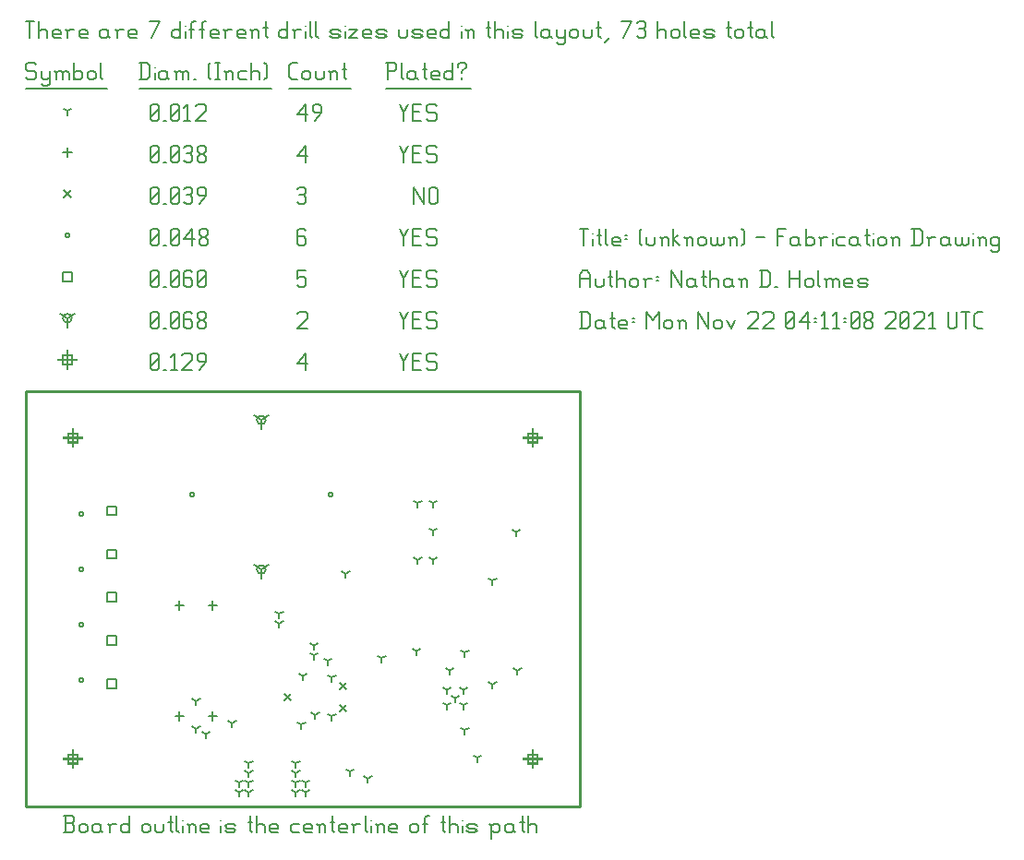
<source format=gbr>
G04 start of page 13 for group -3984 idx -3984 *
G04 Title: (unknown), fab *
G04 Creator: pcb 4.0.2 *
G04 CreationDate: Mon Nov 22 04:11:08 2021 UTC *
G04 For: ndholmes *
G04 Format: Gerber/RS-274X *
G04 PCB-Dimensions (mil): 2000.00 1500.00 *
G04 PCB-Coordinate-Origin: lower left *
%MOIN*%
%FSLAX25Y25*%
%LNFAB*%
%ADD75C,0.0100*%
%ADD74C,0.0075*%
%ADD73C,0.0060*%
%ADD72R,0.0080X0.0080*%
G54D72*X183000Y20200D02*Y13800D01*
X179800Y17000D02*X186200D01*
X181400Y18600D02*X184600D01*
X181400D02*Y15400D01*
X184600D01*
Y18600D02*Y15400D01*
X17000Y136200D02*Y129800D01*
X13800Y133000D02*X20200D01*
X15400Y134600D02*X18600D01*
X15400D02*Y131400D01*
X18600D01*
Y134600D02*Y131400D01*
X17000Y20200D02*Y13800D01*
X13800Y17000D02*X20200D01*
X15400Y18600D02*X18600D01*
X15400D02*Y15400D01*
X18600D01*
Y18600D02*Y15400D01*
X183000Y136200D02*Y129800D01*
X179800Y133000D02*X186200D01*
X181400Y134600D02*X184600D01*
X181400D02*Y131400D01*
X184600D01*
Y134600D02*Y131400D01*
X15000Y164450D02*Y158050D01*
X11800Y161250D02*X18200D01*
X13400Y162850D02*X16600D01*
X13400D02*Y159650D01*
X16600D01*
Y162850D02*Y159650D01*
G54D73*X135000Y163500D02*X136500Y160500D01*
X138000Y163500D01*
X136500Y160500D02*Y157500D01*
X139800Y160800D02*X142050D01*
X139800Y157500D02*X142800D01*
X139800Y163500D02*Y157500D01*
Y163500D02*X142800D01*
X147600D02*X148350Y162750D01*
X145350Y163500D02*X147600D01*
X144600Y162750D02*X145350Y163500D01*
X144600Y162750D02*Y161250D01*
X145350Y160500D01*
X147600D01*
X148350Y159750D01*
Y158250D01*
X147600Y157500D02*X148350Y158250D01*
X145350Y157500D02*X147600D01*
X144600Y158250D02*X145350Y157500D01*
X98000Y159750D02*X101000Y163500D01*
X98000Y159750D02*X101750D01*
X101000Y163500D02*Y157500D01*
X45000Y158250D02*X45750Y157500D01*
X45000Y162750D02*Y158250D01*
Y162750D02*X45750Y163500D01*
X47250D01*
X48000Y162750D01*
Y158250D01*
X47250Y157500D02*X48000Y158250D01*
X45750Y157500D02*X47250D01*
X45000Y159000D02*X48000Y162000D01*
X49800Y157500D02*X50550D01*
X52350Y162300D02*X53550Y163500D01*
Y157500D01*
X52350D02*X54600D01*
X56400Y162750D02*X57150Y163500D01*
X59400D01*
X60150Y162750D01*
Y161250D01*
X56400Y157500D02*X60150Y161250D01*
X56400Y157500D02*X60150D01*
X62700D02*X64950Y160500D01*
Y162750D02*Y160500D01*
X64200Y163500D02*X64950Y162750D01*
X62700Y163500D02*X64200D01*
X61950Y162750D02*X62700Y163500D01*
X61950Y162750D02*Y161250D01*
X62700Y160500D01*
X64950D01*
X85000Y139500D02*Y136300D01*
Y139500D02*X87773Y141100D01*
X85000Y139500D02*X82227Y141100D01*
X83400Y139500D02*G75*G03X86600Y139500I1600J0D01*G01*
G75*G03X83400Y139500I-1600J0D01*G01*
X85000Y85500D02*Y82300D01*
Y85500D02*X87773Y87100D01*
X85000Y85500D02*X82227Y87100D01*
X83400Y85500D02*G75*G03X86600Y85500I1600J0D01*G01*
G75*G03X83400Y85500I-1600J0D01*G01*
X15000Y176250D02*Y173050D01*
Y176250D02*X17773Y177850D01*
X15000Y176250D02*X12227Y177850D01*
X13400Y176250D02*G75*G03X16600Y176250I1600J0D01*G01*
G75*G03X13400Y176250I-1600J0D01*G01*
X135000Y178500D02*X136500Y175500D01*
X138000Y178500D01*
X136500Y175500D02*Y172500D01*
X139800Y175800D02*X142050D01*
X139800Y172500D02*X142800D01*
X139800Y178500D02*Y172500D01*
Y178500D02*X142800D01*
X147600D02*X148350Y177750D01*
X145350Y178500D02*X147600D01*
X144600Y177750D02*X145350Y178500D01*
X144600Y177750D02*Y176250D01*
X145350Y175500D01*
X147600D01*
X148350Y174750D01*
Y173250D01*
X147600Y172500D02*X148350Y173250D01*
X145350Y172500D02*X147600D01*
X144600Y173250D02*X145350Y172500D01*
X98000Y177750D02*X98750Y178500D01*
X101000D01*
X101750Y177750D01*
Y176250D01*
X98000Y172500D02*X101750Y176250D01*
X98000Y172500D02*X101750D01*
X45000Y173250D02*X45750Y172500D01*
X45000Y177750D02*Y173250D01*
Y177750D02*X45750Y178500D01*
X47250D01*
X48000Y177750D01*
Y173250D01*
X47250Y172500D02*X48000Y173250D01*
X45750Y172500D02*X47250D01*
X45000Y174000D02*X48000Y177000D01*
X49800Y172500D02*X50550D01*
X52350Y173250D02*X53100Y172500D01*
X52350Y177750D02*Y173250D01*
Y177750D02*X53100Y178500D01*
X54600D01*
X55350Y177750D01*
Y173250D01*
X54600Y172500D02*X55350Y173250D01*
X53100Y172500D02*X54600D01*
X52350Y174000D02*X55350Y177000D01*
X59400Y178500D02*X60150Y177750D01*
X57900Y178500D02*X59400D01*
X57150Y177750D02*X57900Y178500D01*
X57150Y177750D02*Y173250D01*
X57900Y172500D01*
X59400Y175800D02*X60150Y175050D01*
X57150Y175800D02*X59400D01*
X57900Y172500D02*X59400D01*
X60150Y173250D01*
Y175050D02*Y173250D01*
X61950D02*X62700Y172500D01*
X61950Y174450D02*Y173250D01*
Y174450D02*X63000Y175500D01*
X63900D01*
X64950Y174450D01*
Y173250D01*
X64200Y172500D02*X64950Y173250D01*
X62700Y172500D02*X64200D01*
X61950Y176550D02*X63000Y175500D01*
X61950Y177750D02*Y176550D01*
Y177750D02*X62700Y178500D01*
X64200D01*
X64950Y177750D01*
Y176550D01*
X63900Y175500D02*X64950Y176550D01*
X29400Y108300D02*X32600D01*
X29400D02*Y105100D01*
X32600D01*
Y108300D02*Y105100D01*
X29400Y92700D02*X32600D01*
X29400D02*Y89500D01*
X32600D01*
Y92700D02*Y89500D01*
X29400Y77100D02*X32600D01*
X29400D02*Y73900D01*
X32600D01*
Y77100D02*Y73900D01*
X29400Y61500D02*X32600D01*
X29400D02*Y58300D01*
X32600D01*
Y61500D02*Y58300D01*
X29400Y45900D02*X32600D01*
X29400D02*Y42700D01*
X32600D01*
Y45900D02*Y42700D01*
X13400Y192850D02*X16600D01*
X13400D02*Y189650D01*
X16600D01*
Y192850D02*Y189650D01*
X135000Y193500D02*X136500Y190500D01*
X138000Y193500D01*
X136500Y190500D02*Y187500D01*
X139800Y190800D02*X142050D01*
X139800Y187500D02*X142800D01*
X139800Y193500D02*Y187500D01*
Y193500D02*X142800D01*
X147600D02*X148350Y192750D01*
X145350Y193500D02*X147600D01*
X144600Y192750D02*X145350Y193500D01*
X144600Y192750D02*Y191250D01*
X145350Y190500D01*
X147600D01*
X148350Y189750D01*
Y188250D01*
X147600Y187500D02*X148350Y188250D01*
X145350Y187500D02*X147600D01*
X144600Y188250D02*X145350Y187500D01*
X98000Y193500D02*X101000D01*
X98000D02*Y190500D01*
X98750Y191250D01*
X100250D01*
X101000Y190500D01*
Y188250D01*
X100250Y187500D02*X101000Y188250D01*
X98750Y187500D02*X100250D01*
X98000Y188250D02*X98750Y187500D01*
X45000Y188250D02*X45750Y187500D01*
X45000Y192750D02*Y188250D01*
Y192750D02*X45750Y193500D01*
X47250D01*
X48000Y192750D01*
Y188250D01*
X47250Y187500D02*X48000Y188250D01*
X45750Y187500D02*X47250D01*
X45000Y189000D02*X48000Y192000D01*
X49800Y187500D02*X50550D01*
X52350Y188250D02*X53100Y187500D01*
X52350Y192750D02*Y188250D01*
Y192750D02*X53100Y193500D01*
X54600D01*
X55350Y192750D01*
Y188250D01*
X54600Y187500D02*X55350Y188250D01*
X53100Y187500D02*X54600D01*
X52350Y189000D02*X55350Y192000D01*
X59400Y193500D02*X60150Y192750D01*
X57900Y193500D02*X59400D01*
X57150Y192750D02*X57900Y193500D01*
X57150Y192750D02*Y188250D01*
X57900Y187500D01*
X59400Y190800D02*X60150Y190050D01*
X57150Y190800D02*X59400D01*
X57900Y187500D02*X59400D01*
X60150Y188250D01*
Y190050D02*Y188250D01*
X61950D02*X62700Y187500D01*
X61950Y192750D02*Y188250D01*
Y192750D02*X62700Y193500D01*
X64200D01*
X64950Y192750D01*
Y188250D01*
X64200Y187500D02*X64950Y188250D01*
X62700Y187500D02*X64200D01*
X61950Y189000D02*X64950Y192000D01*
X19200Y105500D02*G75*G03X20800Y105500I800J0D01*G01*
G75*G03X19200Y105500I-800J0D01*G01*
Y85500D02*G75*G03X20800Y85500I800J0D01*G01*
G75*G03X19200Y85500I-800J0D01*G01*
Y65500D02*G75*G03X20800Y65500I800J0D01*G01*
G75*G03X19200Y65500I-800J0D01*G01*
Y45500D02*G75*G03X20800Y45500I800J0D01*G01*
G75*G03X19200Y45500I-800J0D01*G01*
X109200Y112500D02*G75*G03X110800Y112500I800J0D01*G01*
G75*G03X109200Y112500I-800J0D01*G01*
X59200D02*G75*G03X60800Y112500I800J0D01*G01*
G75*G03X59200Y112500I-800J0D01*G01*
X14200Y206250D02*G75*G03X15800Y206250I800J0D01*G01*
G75*G03X14200Y206250I-800J0D01*G01*
X135000Y208500D02*X136500Y205500D01*
X138000Y208500D01*
X136500Y205500D02*Y202500D01*
X139800Y205800D02*X142050D01*
X139800Y202500D02*X142800D01*
X139800Y208500D02*Y202500D01*
Y208500D02*X142800D01*
X147600D02*X148350Y207750D01*
X145350Y208500D02*X147600D01*
X144600Y207750D02*X145350Y208500D01*
X144600Y207750D02*Y206250D01*
X145350Y205500D01*
X147600D01*
X148350Y204750D01*
Y203250D01*
X147600Y202500D02*X148350Y203250D01*
X145350Y202500D02*X147600D01*
X144600Y203250D02*X145350Y202500D01*
X100250Y208500D02*X101000Y207750D01*
X98750Y208500D02*X100250D01*
X98000Y207750D02*X98750Y208500D01*
X98000Y207750D02*Y203250D01*
X98750Y202500D01*
X100250Y205800D02*X101000Y205050D01*
X98000Y205800D02*X100250D01*
X98750Y202500D02*X100250D01*
X101000Y203250D01*
Y205050D02*Y203250D01*
X45000D02*X45750Y202500D01*
X45000Y207750D02*Y203250D01*
Y207750D02*X45750Y208500D01*
X47250D01*
X48000Y207750D01*
Y203250D01*
X47250Y202500D02*X48000Y203250D01*
X45750Y202500D02*X47250D01*
X45000Y204000D02*X48000Y207000D01*
X49800Y202500D02*X50550D01*
X52350Y203250D02*X53100Y202500D01*
X52350Y207750D02*Y203250D01*
Y207750D02*X53100Y208500D01*
X54600D01*
X55350Y207750D01*
Y203250D01*
X54600Y202500D02*X55350Y203250D01*
X53100Y202500D02*X54600D01*
X52350Y204000D02*X55350Y207000D01*
X57150Y204750D02*X60150Y208500D01*
X57150Y204750D02*X60900D01*
X60150Y208500D02*Y202500D01*
X62700Y203250D02*X63450Y202500D01*
X62700Y204450D02*Y203250D01*
Y204450D02*X63750Y205500D01*
X64650D01*
X65700Y204450D01*
Y203250D01*
X64950Y202500D02*X65700Y203250D01*
X63450Y202500D02*X64950D01*
X62700Y206550D02*X63750Y205500D01*
X62700Y207750D02*Y206550D01*
Y207750D02*X63450Y208500D01*
X64950D01*
X65700Y207750D01*
Y206550D01*
X64650Y205500D02*X65700Y206550D01*
X93300Y40700D02*X95700Y38300D01*
X93300D02*X95700Y40700D01*
X113300Y44700D02*X115700Y42300D01*
X113300D02*X115700Y44700D01*
X113300Y36700D02*X115700Y34300D01*
X113300D02*X115700Y36700D01*
X13800Y222450D02*X16200Y220050D01*
X13800D02*X16200Y222450D01*
X140000Y223500D02*Y217500D01*
Y223500D02*X143750Y217500D01*
Y223500D02*Y217500D01*
X145550Y222750D02*Y218250D01*
Y222750D02*X146300Y223500D01*
X147800D01*
X148550Y222750D01*
Y218250D01*
X147800Y217500D02*X148550Y218250D01*
X146300Y217500D02*X147800D01*
X145550Y218250D02*X146300Y217500D01*
X98000Y222750D02*X98750Y223500D01*
X100250D01*
X101000Y222750D01*
X100250Y217500D02*X101000Y218250D01*
X98750Y217500D02*X100250D01*
X98000Y218250D02*X98750Y217500D01*
Y220800D02*X100250D01*
X101000Y222750D02*Y221550D01*
Y220050D02*Y218250D01*
Y220050D02*X100250Y220800D01*
X101000Y221550D02*X100250Y220800D01*
X45000Y218250D02*X45750Y217500D01*
X45000Y222750D02*Y218250D01*
Y222750D02*X45750Y223500D01*
X47250D01*
X48000Y222750D01*
Y218250D01*
X47250Y217500D02*X48000Y218250D01*
X45750Y217500D02*X47250D01*
X45000Y219000D02*X48000Y222000D01*
X49800Y217500D02*X50550D01*
X52350Y218250D02*X53100Y217500D01*
X52350Y222750D02*Y218250D01*
Y222750D02*X53100Y223500D01*
X54600D01*
X55350Y222750D01*
Y218250D01*
X54600Y217500D02*X55350Y218250D01*
X53100Y217500D02*X54600D01*
X52350Y219000D02*X55350Y222000D01*
X57150Y222750D02*X57900Y223500D01*
X59400D01*
X60150Y222750D01*
X59400Y217500D02*X60150Y218250D01*
X57900Y217500D02*X59400D01*
X57150Y218250D02*X57900Y217500D01*
Y220800D02*X59400D01*
X60150Y222750D02*Y221550D01*
Y220050D02*Y218250D01*
Y220050D02*X59400Y220800D01*
X60150Y221550D02*X59400Y220800D01*
X62700Y217500D02*X64950Y220500D01*
Y222750D02*Y220500D01*
X64200Y223500D02*X64950Y222750D01*
X62700Y223500D02*X64200D01*
X61950Y222750D02*X62700Y223500D01*
X61950Y222750D02*Y221250D01*
X62700Y220500D01*
X64950D01*
X67500Y74100D02*Y70900D01*
X65900Y72500D02*X69100D01*
X67500Y34100D02*Y30900D01*
X65900Y32500D02*X69100D01*
X55500Y74100D02*Y70900D01*
X53900Y72500D02*X57100D01*
X55500Y34100D02*Y30900D01*
X53900Y32500D02*X57100D01*
X15000Y237850D02*Y234650D01*
X13400Y236250D02*X16600D01*
X135000Y238500D02*X136500Y235500D01*
X138000Y238500D01*
X136500Y235500D02*Y232500D01*
X139800Y235800D02*X142050D01*
X139800Y232500D02*X142800D01*
X139800Y238500D02*Y232500D01*
Y238500D02*X142800D01*
X147600D02*X148350Y237750D01*
X145350Y238500D02*X147600D01*
X144600Y237750D02*X145350Y238500D01*
X144600Y237750D02*Y236250D01*
X145350Y235500D01*
X147600D01*
X148350Y234750D01*
Y233250D01*
X147600Y232500D02*X148350Y233250D01*
X145350Y232500D02*X147600D01*
X144600Y233250D02*X145350Y232500D01*
X98000Y234750D02*X101000Y238500D01*
X98000Y234750D02*X101750D01*
X101000Y238500D02*Y232500D01*
X45000Y233250D02*X45750Y232500D01*
X45000Y237750D02*Y233250D01*
Y237750D02*X45750Y238500D01*
X47250D01*
X48000Y237750D01*
Y233250D01*
X47250Y232500D02*X48000Y233250D01*
X45750Y232500D02*X47250D01*
X45000Y234000D02*X48000Y237000D01*
X49800Y232500D02*X50550D01*
X52350Y233250D02*X53100Y232500D01*
X52350Y237750D02*Y233250D01*
Y237750D02*X53100Y238500D01*
X54600D01*
X55350Y237750D01*
Y233250D01*
X54600Y232500D02*X55350Y233250D01*
X53100Y232500D02*X54600D01*
X52350Y234000D02*X55350Y237000D01*
X57150Y237750D02*X57900Y238500D01*
X59400D01*
X60150Y237750D01*
X59400Y232500D02*X60150Y233250D01*
X57900Y232500D02*X59400D01*
X57150Y233250D02*X57900Y232500D01*
Y235800D02*X59400D01*
X60150Y237750D02*Y236550D01*
Y235050D02*Y233250D01*
Y235050D02*X59400Y235800D01*
X60150Y236550D02*X59400Y235800D01*
X61950Y233250D02*X62700Y232500D01*
X61950Y234450D02*Y233250D01*
Y234450D02*X63000Y235500D01*
X63900D01*
X64950Y234450D01*
Y233250D01*
X64200Y232500D02*X64950Y233250D01*
X62700Y232500D02*X64200D01*
X61950Y236550D02*X63000Y235500D01*
X61950Y237750D02*Y236550D01*
Y237750D02*X62700Y238500D01*
X64200D01*
X64950Y237750D01*
Y236550D01*
X63900Y235500D02*X64950Y236550D01*
X155000Y39000D02*Y37400D01*
Y39000D02*X156387Y39800D01*
X155000Y39000D02*X153613Y39800D01*
X104000Y54500D02*Y52900D01*
Y54500D02*X105387Y55300D01*
X104000Y54500D02*X102613Y55300D01*
X104000Y58000D02*Y56400D01*
Y58000D02*X105387Y58800D01*
X104000Y58000D02*X102613Y58800D01*
X141000Y56000D02*Y54400D01*
Y56000D02*X142387Y56800D01*
X141000Y56000D02*X139613Y56800D01*
X163000Y17500D02*Y15900D01*
Y17500D02*X164387Y18300D01*
X163000Y17500D02*X161613Y18300D01*
X123500Y10000D02*Y8400D01*
Y10000D02*X124887Y10800D01*
X123500Y10000D02*X122113Y10800D01*
X168500Y81500D02*Y79900D01*
Y81500D02*X169887Y82300D01*
X168500Y81500D02*X167113Y82300D01*
X177500Y49000D02*Y47400D01*
Y49000D02*X178887Y49800D01*
X177500Y49000D02*X176113Y49800D01*
X117000Y12500D02*Y10900D01*
Y12500D02*X118387Y13300D01*
X117000Y12500D02*X115613Y13300D01*
X110500Y32500D02*Y30900D01*
Y32500D02*X111887Y33300D01*
X110500Y32500D02*X109113Y33300D01*
X158000Y36500D02*Y34900D01*
Y36500D02*X159387Y37300D01*
X158000Y36500D02*X156613Y37300D01*
X152000Y36500D02*Y34900D01*
Y36500D02*X153387Y37300D01*
X152000Y36500D02*X150613Y37300D01*
X168500Y44000D02*Y42400D01*
Y44000D02*X169887Y44800D01*
X168500Y44000D02*X167113Y44800D01*
X158500Y55500D02*Y53900D01*
Y55500D02*X159887Y56300D01*
X158500Y55500D02*X157113Y56300D01*
X128500Y53500D02*Y51900D01*
Y53500D02*X129887Y54300D01*
X128500Y53500D02*X127113Y54300D01*
X153000Y49000D02*Y47400D01*
Y49000D02*X154387Y49800D01*
X153000Y49000D02*X151613Y49800D01*
X158500Y27500D02*Y25900D01*
Y27500D02*X159887Y28300D01*
X158500Y27500D02*X157113Y28300D01*
X152000Y42000D02*Y40400D01*
Y42000D02*X153387Y42800D01*
X152000Y42000D02*X150613Y42800D01*
X110500Y46500D02*Y44900D01*
Y46500D02*X111887Y47300D01*
X110500Y46500D02*X109113Y47300D01*
X99500Y29500D02*Y27900D01*
Y29500D02*X100887Y30300D01*
X99500Y29500D02*X98113Y30300D01*
X109000Y52500D02*Y50900D01*
Y52500D02*X110387Y53300D01*
X109000Y52500D02*X107613Y53300D01*
X101000Y8500D02*Y6900D01*
Y8500D02*X102387Y9300D01*
X101000Y8500D02*X99613Y9300D01*
X101000Y5000D02*Y3400D01*
Y5000D02*X102387Y5800D01*
X101000Y5000D02*X99613Y5800D01*
X77000Y8500D02*Y6900D01*
Y8500D02*X78387Y9300D01*
X77000Y8500D02*X75613Y9300D01*
X77000Y5000D02*Y3400D01*
Y5000D02*X78387Y5800D01*
X77000Y5000D02*X75613Y5800D01*
X158000Y42000D02*Y40400D01*
Y42000D02*X159387Y42800D01*
X158000Y42000D02*X156613Y42800D01*
X104500Y33000D02*Y31400D01*
Y33000D02*X105887Y33800D01*
X104500Y33000D02*X103113Y33800D01*
X100000Y47000D02*Y45400D01*
Y47000D02*X101387Y47800D01*
X100000Y47000D02*X98613Y47800D01*
X91500Y66000D02*Y64400D01*
Y66000D02*X92887Y66800D01*
X91500Y66000D02*X90113Y66800D01*
X91500Y69500D02*Y67900D01*
Y69500D02*X92887Y70300D01*
X91500Y69500D02*X90113Y70300D01*
X97500Y15500D02*Y13900D01*
Y15500D02*X98887Y16300D01*
X97500Y15500D02*X96113Y16300D01*
X97500Y12000D02*Y10400D01*
Y12000D02*X98887Y12800D01*
X97500Y12000D02*X96113Y12800D01*
X97500Y8500D02*Y6900D01*
Y8500D02*X98887Y9300D01*
X97500Y8500D02*X96113Y9300D01*
X97500Y5000D02*Y3400D01*
Y5000D02*X98887Y5800D01*
X97500Y5000D02*X96113Y5800D01*
X80500Y15500D02*Y13900D01*
Y15500D02*X81887Y16300D01*
X80500Y15500D02*X79113Y16300D01*
X80500Y12000D02*Y10400D01*
Y12000D02*X81887Y12800D01*
X80500Y12000D02*X79113Y12800D01*
X80500Y8500D02*Y6900D01*
Y8500D02*X81887Y9300D01*
X80500Y8500D02*X79113Y9300D01*
X80500Y5000D02*Y3400D01*
Y5000D02*X81887Y5800D01*
X80500Y5000D02*X79113Y5800D01*
X61500Y28000D02*Y26400D01*
Y28000D02*X62887Y28800D01*
X61500Y28000D02*X60113Y28800D01*
X61500Y38000D02*Y36400D01*
Y38000D02*X62887Y38800D01*
X61500Y38000D02*X60113Y38800D01*
X74500Y30000D02*Y28400D01*
Y30000D02*X75887Y30800D01*
X74500Y30000D02*X73113Y30800D01*
X65000Y26000D02*Y24400D01*
Y26000D02*X66387Y26800D01*
X65000Y26000D02*X63613Y26800D01*
X141500Y109500D02*Y107900D01*
Y109500D02*X142887Y110300D01*
X141500Y109500D02*X140113Y110300D01*
X147000Y109500D02*Y107900D01*
Y109500D02*X148387Y110300D01*
X147000Y109500D02*X145613Y110300D01*
X147000Y89000D02*Y87400D01*
Y89000D02*X148387Y89800D01*
X147000Y89000D02*X145613Y89800D01*
X147000Y99500D02*Y97900D01*
Y99500D02*X148387Y100300D01*
X147000Y99500D02*X145613Y100300D01*
X141500Y89000D02*Y87400D01*
Y89000D02*X142887Y89800D01*
X141500Y89000D02*X140113Y89800D01*
X177000Y99000D02*Y97400D01*
Y99000D02*X178387Y99800D01*
X177000Y99000D02*X175613Y99800D01*
X115500Y84000D02*Y82400D01*
Y84000D02*X116887Y84800D01*
X115500Y84000D02*X114113Y84800D01*
X15000Y251250D02*Y249650D01*
Y251250D02*X16387Y252050D01*
X15000Y251250D02*X13613Y252050D01*
X135000Y253500D02*X136500Y250500D01*
X138000Y253500D01*
X136500Y250500D02*Y247500D01*
X139800Y250800D02*X142050D01*
X139800Y247500D02*X142800D01*
X139800Y253500D02*Y247500D01*
Y253500D02*X142800D01*
X147600D02*X148350Y252750D01*
X145350Y253500D02*X147600D01*
X144600Y252750D02*X145350Y253500D01*
X144600Y252750D02*Y251250D01*
X145350Y250500D01*
X147600D01*
X148350Y249750D01*
Y248250D01*
X147600Y247500D02*X148350Y248250D01*
X145350Y247500D02*X147600D01*
X144600Y248250D02*X145350Y247500D01*
X98000Y249750D02*X101000Y253500D01*
X98000Y249750D02*X101750D01*
X101000Y253500D02*Y247500D01*
X104300D02*X106550Y250500D01*
Y252750D02*Y250500D01*
X105800Y253500D02*X106550Y252750D01*
X104300Y253500D02*X105800D01*
X103550Y252750D02*X104300Y253500D01*
X103550Y252750D02*Y251250D01*
X104300Y250500D01*
X106550D01*
X45000Y248250D02*X45750Y247500D01*
X45000Y252750D02*Y248250D01*
Y252750D02*X45750Y253500D01*
X47250D01*
X48000Y252750D01*
Y248250D01*
X47250Y247500D02*X48000Y248250D01*
X45750Y247500D02*X47250D01*
X45000Y249000D02*X48000Y252000D01*
X49800Y247500D02*X50550D01*
X52350Y248250D02*X53100Y247500D01*
X52350Y252750D02*Y248250D01*
Y252750D02*X53100Y253500D01*
X54600D01*
X55350Y252750D01*
Y248250D01*
X54600Y247500D02*X55350Y248250D01*
X53100Y247500D02*X54600D01*
X52350Y249000D02*X55350Y252000D01*
X57150Y252300D02*X58350Y253500D01*
Y247500D01*
X57150D02*X59400D01*
X61200Y252750D02*X61950Y253500D01*
X64200D01*
X64950Y252750D01*
Y251250D01*
X61200Y247500D02*X64950Y251250D01*
X61200Y247500D02*X64950D01*
X3000Y268500D02*X3750Y267750D01*
X750Y268500D02*X3000D01*
X0Y267750D02*X750Y268500D01*
X0Y267750D02*Y266250D01*
X750Y265500D01*
X3000D01*
X3750Y264750D01*
Y263250D01*
X3000Y262500D02*X3750Y263250D01*
X750Y262500D02*X3000D01*
X0Y263250D02*X750Y262500D01*
X5550Y265500D02*Y263250D01*
X6300Y262500D01*
X8550Y265500D02*Y261000D01*
X7800Y260250D02*X8550Y261000D01*
X6300Y260250D02*X7800D01*
X5550Y261000D02*X6300Y260250D01*
Y262500D02*X7800D01*
X8550Y263250D01*
X11100Y264750D02*Y262500D01*
Y264750D02*X11850Y265500D01*
X12600D01*
X13350Y264750D01*
Y262500D01*
Y264750D02*X14100Y265500D01*
X14850D01*
X15600Y264750D01*
Y262500D01*
X10350Y265500D02*X11100Y264750D01*
X17400Y268500D02*Y262500D01*
Y263250D02*X18150Y262500D01*
X19650D01*
X20400Y263250D01*
Y264750D02*Y263250D01*
X19650Y265500D02*X20400Y264750D01*
X18150Y265500D02*X19650D01*
X17400Y264750D02*X18150Y265500D01*
X22200Y264750D02*Y263250D01*
Y264750D02*X22950Y265500D01*
X24450D01*
X25200Y264750D01*
Y263250D01*
X24450Y262500D02*X25200Y263250D01*
X22950Y262500D02*X24450D01*
X22200Y263250D02*X22950Y262500D01*
X27000Y268500D02*Y263250D01*
X27750Y262500D01*
X0Y259250D02*X29250D01*
X41750Y268500D02*Y262500D01*
X43700Y268500D02*X44750Y267450D01*
Y263550D01*
X43700Y262500D02*X44750Y263550D01*
X41000Y262500D02*X43700D01*
X41000Y268500D02*X43700D01*
G54D74*X46550Y267000D02*Y266850D01*
G54D73*Y264750D02*Y262500D01*
X50300Y265500D02*X51050Y264750D01*
X48800Y265500D02*X50300D01*
X48050Y264750D02*X48800Y265500D01*
X48050Y264750D02*Y263250D01*
X48800Y262500D01*
X51050Y265500D02*Y263250D01*
X51800Y262500D01*
X48800D02*X50300D01*
X51050Y263250D01*
X54350Y264750D02*Y262500D01*
Y264750D02*X55100Y265500D01*
X55850D01*
X56600Y264750D01*
Y262500D01*
Y264750D02*X57350Y265500D01*
X58100D01*
X58850Y264750D01*
Y262500D01*
X53600Y265500D02*X54350Y264750D01*
X60650Y262500D02*X61400D01*
X65900Y263250D02*X66650Y262500D01*
X65900Y267750D02*X66650Y268500D01*
X65900Y267750D02*Y263250D01*
X68450Y268500D02*X69950D01*
X69200D02*Y262500D01*
X68450D02*X69950D01*
X72500Y264750D02*Y262500D01*
Y264750D02*X73250Y265500D01*
X74000D01*
X74750Y264750D01*
Y262500D01*
X71750Y265500D02*X72500Y264750D01*
X77300Y265500D02*X79550D01*
X76550Y264750D02*X77300Y265500D01*
X76550Y264750D02*Y263250D01*
X77300Y262500D01*
X79550D01*
X81350Y268500D02*Y262500D01*
Y264750D02*X82100Y265500D01*
X83600D01*
X84350Y264750D01*
Y262500D01*
X86150Y268500D02*X86900Y267750D01*
Y263250D01*
X86150Y262500D02*X86900Y263250D01*
X41000Y259250D02*X88700D01*
X96050Y262500D02*X98000D01*
X95000Y263550D02*X96050Y262500D01*
X95000Y267450D02*Y263550D01*
Y267450D02*X96050Y268500D01*
X98000D01*
X99800Y264750D02*Y263250D01*
Y264750D02*X100550Y265500D01*
X102050D01*
X102800Y264750D01*
Y263250D01*
X102050Y262500D02*X102800Y263250D01*
X100550Y262500D02*X102050D01*
X99800Y263250D02*X100550Y262500D01*
X104600Y265500D02*Y263250D01*
X105350Y262500D01*
X106850D01*
X107600Y263250D01*
Y265500D02*Y263250D01*
X110150Y264750D02*Y262500D01*
Y264750D02*X110900Y265500D01*
X111650D01*
X112400Y264750D01*
Y262500D01*
X109400Y265500D02*X110150Y264750D01*
X114950Y268500D02*Y263250D01*
X115700Y262500D01*
X114200Y266250D02*X115700D01*
X95000Y259250D02*X117200D01*
X130750Y268500D02*Y262500D01*
X130000Y268500D02*X133000D01*
X133750Y267750D01*
Y266250D01*
X133000Y265500D02*X133750Y266250D01*
X130750Y265500D02*X133000D01*
X135550Y268500D02*Y263250D01*
X136300Y262500D01*
X140050Y265500D02*X140800Y264750D01*
X138550Y265500D02*X140050D01*
X137800Y264750D02*X138550Y265500D01*
X137800Y264750D02*Y263250D01*
X138550Y262500D01*
X140800Y265500D02*Y263250D01*
X141550Y262500D01*
X138550D02*X140050D01*
X140800Y263250D01*
X144100Y268500D02*Y263250D01*
X144850Y262500D01*
X143350Y266250D02*X144850D01*
X147100Y262500D02*X149350D01*
X146350Y263250D02*X147100Y262500D01*
X146350Y264750D02*Y263250D01*
Y264750D02*X147100Y265500D01*
X148600D01*
X149350Y264750D01*
X146350Y264000D02*X149350D01*
Y264750D02*Y264000D01*
X154150Y268500D02*Y262500D01*
X153400D02*X154150Y263250D01*
X151900Y262500D02*X153400D01*
X151150Y263250D02*X151900Y262500D01*
X151150Y264750D02*Y263250D01*
Y264750D02*X151900Y265500D01*
X153400D01*
X154150Y264750D01*
X157450Y265500D02*Y264750D01*
Y263250D02*Y262500D01*
X155950Y267750D02*Y267000D01*
Y267750D02*X156700Y268500D01*
X158200D01*
X158950Y267750D01*
Y267000D01*
X157450Y265500D02*X158950Y267000D01*
X130000Y259250D02*X160750D01*
X0Y283500D02*X3000D01*
X1500D02*Y277500D01*
X4800Y283500D02*Y277500D01*
Y279750D02*X5550Y280500D01*
X7050D01*
X7800Y279750D01*
Y277500D01*
X10350D02*X12600D01*
X9600Y278250D02*X10350Y277500D01*
X9600Y279750D02*Y278250D01*
Y279750D02*X10350Y280500D01*
X11850D01*
X12600Y279750D01*
X9600Y279000D02*X12600D01*
Y279750D02*Y279000D01*
X15150Y279750D02*Y277500D01*
Y279750D02*X15900Y280500D01*
X17400D01*
X14400D02*X15150Y279750D01*
X19950Y277500D02*X22200D01*
X19200Y278250D02*X19950Y277500D01*
X19200Y279750D02*Y278250D01*
Y279750D02*X19950Y280500D01*
X21450D01*
X22200Y279750D01*
X19200Y279000D02*X22200D01*
Y279750D02*Y279000D01*
X28950Y280500D02*X29700Y279750D01*
X27450Y280500D02*X28950D01*
X26700Y279750D02*X27450Y280500D01*
X26700Y279750D02*Y278250D01*
X27450Y277500D01*
X29700Y280500D02*Y278250D01*
X30450Y277500D01*
X27450D02*X28950D01*
X29700Y278250D01*
X33000Y279750D02*Y277500D01*
Y279750D02*X33750Y280500D01*
X35250D01*
X32250D02*X33000Y279750D01*
X37800Y277500D02*X40050D01*
X37050Y278250D02*X37800Y277500D01*
X37050Y279750D02*Y278250D01*
Y279750D02*X37800Y280500D01*
X39300D01*
X40050Y279750D01*
X37050Y279000D02*X40050D01*
Y279750D02*Y279000D01*
X45300Y277500D02*X48300Y283500D01*
X44550D02*X48300D01*
X55800D02*Y277500D01*
X55050D02*X55800Y278250D01*
X53550Y277500D02*X55050D01*
X52800Y278250D02*X53550Y277500D01*
X52800Y279750D02*Y278250D01*
Y279750D02*X53550Y280500D01*
X55050D01*
X55800Y279750D01*
G54D74*X57600Y282000D02*Y281850D01*
G54D73*Y279750D02*Y277500D01*
X59850Y282750D02*Y277500D01*
Y282750D02*X60600Y283500D01*
X61350D01*
X59100Y280500D02*X60600D01*
X63600Y282750D02*Y277500D01*
Y282750D02*X64350Y283500D01*
X65100D01*
X62850Y280500D02*X64350D01*
X67350Y277500D02*X69600D01*
X66600Y278250D02*X67350Y277500D01*
X66600Y279750D02*Y278250D01*
Y279750D02*X67350Y280500D01*
X68850D01*
X69600Y279750D01*
X66600Y279000D02*X69600D01*
Y279750D02*Y279000D01*
X72150Y279750D02*Y277500D01*
Y279750D02*X72900Y280500D01*
X74400D01*
X71400D02*X72150Y279750D01*
X76950Y277500D02*X79200D01*
X76200Y278250D02*X76950Y277500D01*
X76200Y279750D02*Y278250D01*
Y279750D02*X76950Y280500D01*
X78450D01*
X79200Y279750D01*
X76200Y279000D02*X79200D01*
Y279750D02*Y279000D01*
X81750Y279750D02*Y277500D01*
Y279750D02*X82500Y280500D01*
X83250D01*
X84000Y279750D01*
Y277500D01*
X81000Y280500D02*X81750Y279750D01*
X86550Y283500D02*Y278250D01*
X87300Y277500D01*
X85800Y281250D02*X87300D01*
X94500Y283500D02*Y277500D01*
X93750D02*X94500Y278250D01*
X92250Y277500D02*X93750D01*
X91500Y278250D02*X92250Y277500D01*
X91500Y279750D02*Y278250D01*
Y279750D02*X92250Y280500D01*
X93750D01*
X94500Y279750D01*
X97050D02*Y277500D01*
Y279750D02*X97800Y280500D01*
X99300D01*
X96300D02*X97050Y279750D01*
G54D74*X101100Y282000D02*Y281850D01*
G54D73*Y279750D02*Y277500D01*
X102600Y283500D02*Y278250D01*
X103350Y277500D01*
X104850Y283500D02*Y278250D01*
X105600Y277500D01*
X110550D02*X112800D01*
X113550Y278250D01*
X112800Y279000D02*X113550Y278250D01*
X110550Y279000D02*X112800D01*
X109800Y279750D02*X110550Y279000D01*
X109800Y279750D02*X110550Y280500D01*
X112800D01*
X113550Y279750D01*
X109800Y278250D02*X110550Y277500D01*
G54D74*X115350Y282000D02*Y281850D01*
G54D73*Y279750D02*Y277500D01*
X116850Y280500D02*X119850D01*
X116850Y277500D02*X119850Y280500D01*
X116850Y277500D02*X119850D01*
X122400D02*X124650D01*
X121650Y278250D02*X122400Y277500D01*
X121650Y279750D02*Y278250D01*
Y279750D02*X122400Y280500D01*
X123900D01*
X124650Y279750D01*
X121650Y279000D02*X124650D01*
Y279750D02*Y279000D01*
X127200Y277500D02*X129450D01*
X130200Y278250D01*
X129450Y279000D02*X130200Y278250D01*
X127200Y279000D02*X129450D01*
X126450Y279750D02*X127200Y279000D01*
X126450Y279750D02*X127200Y280500D01*
X129450D01*
X130200Y279750D01*
X126450Y278250D02*X127200Y277500D01*
X134700Y280500D02*Y278250D01*
X135450Y277500D01*
X136950D01*
X137700Y278250D01*
Y280500D02*Y278250D01*
X140250Y277500D02*X142500D01*
X143250Y278250D01*
X142500Y279000D02*X143250Y278250D01*
X140250Y279000D02*X142500D01*
X139500Y279750D02*X140250Y279000D01*
X139500Y279750D02*X140250Y280500D01*
X142500D01*
X143250Y279750D01*
X139500Y278250D02*X140250Y277500D01*
X145800D02*X148050D01*
X145050Y278250D02*X145800Y277500D01*
X145050Y279750D02*Y278250D01*
Y279750D02*X145800Y280500D01*
X147300D01*
X148050Y279750D01*
X145050Y279000D02*X148050D01*
Y279750D02*Y279000D01*
X152850Y283500D02*Y277500D01*
X152100D02*X152850Y278250D01*
X150600Y277500D02*X152100D01*
X149850Y278250D02*X150600Y277500D01*
X149850Y279750D02*Y278250D01*
Y279750D02*X150600Y280500D01*
X152100D01*
X152850Y279750D01*
G54D74*X157350Y282000D02*Y281850D01*
G54D73*Y279750D02*Y277500D01*
X159600Y279750D02*Y277500D01*
Y279750D02*X160350Y280500D01*
X161100D01*
X161850Y279750D01*
Y277500D01*
X158850Y280500D02*X159600Y279750D01*
X167100Y283500D02*Y278250D01*
X167850Y277500D01*
X166350Y281250D02*X167850D01*
X169350Y283500D02*Y277500D01*
Y279750D02*X170100Y280500D01*
X171600D01*
X172350Y279750D01*
Y277500D01*
G54D74*X174150Y282000D02*Y281850D01*
G54D73*Y279750D02*Y277500D01*
X176400D02*X178650D01*
X179400Y278250D01*
X178650Y279000D02*X179400Y278250D01*
X176400Y279000D02*X178650D01*
X175650Y279750D02*X176400Y279000D01*
X175650Y279750D02*X176400Y280500D01*
X178650D01*
X179400Y279750D01*
X175650Y278250D02*X176400Y277500D01*
X183900Y283500D02*Y278250D01*
X184650Y277500D01*
X188400Y280500D02*X189150Y279750D01*
X186900Y280500D02*X188400D01*
X186150Y279750D02*X186900Y280500D01*
X186150Y279750D02*Y278250D01*
X186900Y277500D01*
X189150Y280500D02*Y278250D01*
X189900Y277500D01*
X186900D02*X188400D01*
X189150Y278250D01*
X191700Y280500D02*Y278250D01*
X192450Y277500D01*
X194700Y280500D02*Y276000D01*
X193950Y275250D02*X194700Y276000D01*
X192450Y275250D02*X193950D01*
X191700Y276000D02*X192450Y275250D01*
Y277500D02*X193950D01*
X194700Y278250D01*
X196500Y279750D02*Y278250D01*
Y279750D02*X197250Y280500D01*
X198750D01*
X199500Y279750D01*
Y278250D01*
X198750Y277500D02*X199500Y278250D01*
X197250Y277500D02*X198750D01*
X196500Y278250D02*X197250Y277500D01*
X201300Y280500D02*Y278250D01*
X202050Y277500D01*
X203550D01*
X204300Y278250D01*
Y280500D02*Y278250D01*
X206850Y283500D02*Y278250D01*
X207600Y277500D01*
X206100Y281250D02*X207600D01*
X209100Y276000D02*X210600Y277500D01*
X215850D02*X218850Y283500D01*
X215100D02*X218850D01*
X220650Y282750D02*X221400Y283500D01*
X222900D01*
X223650Y282750D01*
X222900Y277500D02*X223650Y278250D01*
X221400Y277500D02*X222900D01*
X220650Y278250D02*X221400Y277500D01*
Y280800D02*X222900D01*
X223650Y282750D02*Y281550D01*
Y280050D02*Y278250D01*
Y280050D02*X222900Y280800D01*
X223650Y281550D02*X222900Y280800D01*
X228150Y283500D02*Y277500D01*
Y279750D02*X228900Y280500D01*
X230400D01*
X231150Y279750D01*
Y277500D01*
X232950Y279750D02*Y278250D01*
Y279750D02*X233700Y280500D01*
X235200D01*
X235950Y279750D01*
Y278250D01*
X235200Y277500D02*X235950Y278250D01*
X233700Y277500D02*X235200D01*
X232950Y278250D02*X233700Y277500D01*
X237750Y283500D02*Y278250D01*
X238500Y277500D01*
X240750D02*X243000D01*
X240000Y278250D02*X240750Y277500D01*
X240000Y279750D02*Y278250D01*
Y279750D02*X240750Y280500D01*
X242250D01*
X243000Y279750D01*
X240000Y279000D02*X243000D01*
Y279750D02*Y279000D01*
X245550Y277500D02*X247800D01*
X248550Y278250D01*
X247800Y279000D02*X248550Y278250D01*
X245550Y279000D02*X247800D01*
X244800Y279750D02*X245550Y279000D01*
X244800Y279750D02*X245550Y280500D01*
X247800D01*
X248550Y279750D01*
X244800Y278250D02*X245550Y277500D01*
X253800Y283500D02*Y278250D01*
X254550Y277500D01*
X253050Y281250D02*X254550D01*
X256050Y279750D02*Y278250D01*
Y279750D02*X256800Y280500D01*
X258300D01*
X259050Y279750D01*
Y278250D01*
X258300Y277500D02*X259050Y278250D01*
X256800Y277500D02*X258300D01*
X256050Y278250D02*X256800Y277500D01*
X261600Y283500D02*Y278250D01*
X262350Y277500D01*
X260850Y281250D02*X262350D01*
X266100Y280500D02*X266850Y279750D01*
X264600Y280500D02*X266100D01*
X263850Y279750D02*X264600Y280500D01*
X263850Y279750D02*Y278250D01*
X264600Y277500D01*
X266850Y280500D02*Y278250D01*
X267600Y277500D01*
X264600D02*X266100D01*
X266850Y278250D01*
X269400Y283500D02*Y278250D01*
X270150Y277500D01*
G54D75*X0Y150000D02*X200000D01*
Y0D01*
X0D01*
Y150000D01*
G54D73*X13675Y-9500D02*X16675D01*
X17425Y-8750D01*
Y-6950D02*Y-8750D01*
X16675Y-6200D02*X17425Y-6950D01*
X14425Y-6200D02*X16675D01*
X14425Y-3500D02*Y-9500D01*
X13675Y-3500D02*X16675D01*
X17425Y-4250D01*
Y-5450D01*
X16675Y-6200D02*X17425Y-5450D01*
X19225Y-7250D02*Y-8750D01*
Y-7250D02*X19975Y-6500D01*
X21475D01*
X22225Y-7250D01*
Y-8750D01*
X21475Y-9500D02*X22225Y-8750D01*
X19975Y-9500D02*X21475D01*
X19225Y-8750D02*X19975Y-9500D01*
X26275Y-6500D02*X27025Y-7250D01*
X24775Y-6500D02*X26275D01*
X24025Y-7250D02*X24775Y-6500D01*
X24025Y-7250D02*Y-8750D01*
X24775Y-9500D01*
X27025Y-6500D02*Y-8750D01*
X27775Y-9500D01*
X24775D02*X26275D01*
X27025Y-8750D01*
X30325Y-7250D02*Y-9500D01*
Y-7250D02*X31075Y-6500D01*
X32575D01*
X29575D02*X30325Y-7250D01*
X37375Y-3500D02*Y-9500D01*
X36625D02*X37375Y-8750D01*
X35125Y-9500D02*X36625D01*
X34375Y-8750D02*X35125Y-9500D01*
X34375Y-7250D02*Y-8750D01*
Y-7250D02*X35125Y-6500D01*
X36625D01*
X37375Y-7250D01*
X41875D02*Y-8750D01*
Y-7250D02*X42625Y-6500D01*
X44125D01*
X44875Y-7250D01*
Y-8750D01*
X44125Y-9500D02*X44875Y-8750D01*
X42625Y-9500D02*X44125D01*
X41875Y-8750D02*X42625Y-9500D01*
X46675Y-6500D02*Y-8750D01*
X47425Y-9500D01*
X48925D01*
X49675Y-8750D01*
Y-6500D02*Y-8750D01*
X52225Y-3500D02*Y-8750D01*
X52975Y-9500D01*
X51475Y-5750D02*X52975D01*
X54475Y-3500D02*Y-8750D01*
X55225Y-9500D01*
G54D74*X56725Y-5000D02*Y-5150D01*
G54D73*Y-7250D02*Y-9500D01*
X58975Y-7250D02*Y-9500D01*
Y-7250D02*X59725Y-6500D01*
X60475D01*
X61225Y-7250D01*
Y-9500D01*
X58225Y-6500D02*X58975Y-7250D01*
X63775Y-9500D02*X66025D01*
X63025Y-8750D02*X63775Y-9500D01*
X63025Y-7250D02*Y-8750D01*
Y-7250D02*X63775Y-6500D01*
X65275D01*
X66025Y-7250D01*
X63025Y-8000D02*X66025D01*
Y-7250D02*Y-8000D01*
G54D74*X70525Y-5000D02*Y-5150D01*
G54D73*Y-7250D02*Y-9500D01*
X72775D02*X75025D01*
X75775Y-8750D01*
X75025Y-8000D02*X75775Y-8750D01*
X72775Y-8000D02*X75025D01*
X72025Y-7250D02*X72775Y-8000D01*
X72025Y-7250D02*X72775Y-6500D01*
X75025D01*
X75775Y-7250D01*
X72025Y-8750D02*X72775Y-9500D01*
X81025Y-3500D02*Y-8750D01*
X81775Y-9500D01*
X80275Y-5750D02*X81775D01*
X83275Y-3500D02*Y-9500D01*
Y-7250D02*X84025Y-6500D01*
X85525D01*
X86275Y-7250D01*
Y-9500D01*
X88825D02*X91075D01*
X88075Y-8750D02*X88825Y-9500D01*
X88075Y-7250D02*Y-8750D01*
Y-7250D02*X88825Y-6500D01*
X90325D01*
X91075Y-7250D01*
X88075Y-8000D02*X91075D01*
Y-7250D02*Y-8000D01*
X96325Y-6500D02*X98575D01*
X95575Y-7250D02*X96325Y-6500D01*
X95575Y-7250D02*Y-8750D01*
X96325Y-9500D01*
X98575D01*
X101125D02*X103375D01*
X100375Y-8750D02*X101125Y-9500D01*
X100375Y-7250D02*Y-8750D01*
Y-7250D02*X101125Y-6500D01*
X102625D01*
X103375Y-7250D01*
X100375Y-8000D02*X103375D01*
Y-7250D02*Y-8000D01*
X105925Y-7250D02*Y-9500D01*
Y-7250D02*X106675Y-6500D01*
X107425D01*
X108175Y-7250D01*
Y-9500D01*
X105175Y-6500D02*X105925Y-7250D01*
X110725Y-3500D02*Y-8750D01*
X111475Y-9500D01*
X109975Y-5750D02*X111475D01*
X113725Y-9500D02*X115975D01*
X112975Y-8750D02*X113725Y-9500D01*
X112975Y-7250D02*Y-8750D01*
Y-7250D02*X113725Y-6500D01*
X115225D01*
X115975Y-7250D01*
X112975Y-8000D02*X115975D01*
Y-7250D02*Y-8000D01*
X118525Y-7250D02*Y-9500D01*
Y-7250D02*X119275Y-6500D01*
X120775D01*
X117775D02*X118525Y-7250D01*
X122575Y-3500D02*Y-8750D01*
X123325Y-9500D01*
G54D74*X124825Y-5000D02*Y-5150D01*
G54D73*Y-7250D02*Y-9500D01*
X127075Y-7250D02*Y-9500D01*
Y-7250D02*X127825Y-6500D01*
X128575D01*
X129325Y-7250D01*
Y-9500D01*
X126325Y-6500D02*X127075Y-7250D01*
X131875Y-9500D02*X134125D01*
X131125Y-8750D02*X131875Y-9500D01*
X131125Y-7250D02*Y-8750D01*
Y-7250D02*X131875Y-6500D01*
X133375D01*
X134125Y-7250D01*
X131125Y-8000D02*X134125D01*
Y-7250D02*Y-8000D01*
X138625Y-7250D02*Y-8750D01*
Y-7250D02*X139375Y-6500D01*
X140875D01*
X141625Y-7250D01*
Y-8750D01*
X140875Y-9500D02*X141625Y-8750D01*
X139375Y-9500D02*X140875D01*
X138625Y-8750D02*X139375Y-9500D01*
X144175Y-4250D02*Y-9500D01*
Y-4250D02*X144925Y-3500D01*
X145675D01*
X143425Y-6500D02*X144925D01*
X150625Y-3500D02*Y-8750D01*
X151375Y-9500D01*
X149875Y-5750D02*X151375D01*
X152875Y-3500D02*Y-9500D01*
Y-7250D02*X153625Y-6500D01*
X155125D01*
X155875Y-7250D01*
Y-9500D01*
G54D74*X157675Y-5000D02*Y-5150D01*
G54D73*Y-7250D02*Y-9500D01*
X159925D02*X162175D01*
X162925Y-8750D01*
X162175Y-8000D02*X162925Y-8750D01*
X159925Y-8000D02*X162175D01*
X159175Y-7250D02*X159925Y-8000D01*
X159175Y-7250D02*X159925Y-6500D01*
X162175D01*
X162925Y-7250D01*
X159175Y-8750D02*X159925Y-9500D01*
X168175Y-7250D02*Y-11750D01*
X167425Y-6500D02*X168175Y-7250D01*
X168925Y-6500D01*
X170425D01*
X171175Y-7250D01*
Y-8750D01*
X170425Y-9500D02*X171175Y-8750D01*
X168925Y-9500D02*X170425D01*
X168175Y-8750D02*X168925Y-9500D01*
X175225Y-6500D02*X175975Y-7250D01*
X173725Y-6500D02*X175225D01*
X172975Y-7250D02*X173725Y-6500D01*
X172975Y-7250D02*Y-8750D01*
X173725Y-9500D01*
X175975Y-6500D02*Y-8750D01*
X176725Y-9500D01*
X173725D02*X175225D01*
X175975Y-8750D01*
X179275Y-3500D02*Y-8750D01*
X180025Y-9500D01*
X178525Y-5750D02*X180025D01*
X181525Y-3500D02*Y-9500D01*
Y-7250D02*X182275Y-6500D01*
X183775D01*
X184525Y-7250D01*
Y-9500D01*
X200750Y178500D02*Y172500D01*
X202700Y178500D02*X203750Y177450D01*
Y173550D01*
X202700Y172500D02*X203750Y173550D01*
X200000Y172500D02*X202700D01*
X200000Y178500D02*X202700D01*
X207800Y175500D02*X208550Y174750D01*
X206300Y175500D02*X207800D01*
X205550Y174750D02*X206300Y175500D01*
X205550Y174750D02*Y173250D01*
X206300Y172500D01*
X208550Y175500D02*Y173250D01*
X209300Y172500D01*
X206300D02*X207800D01*
X208550Y173250D01*
X211850Y178500D02*Y173250D01*
X212600Y172500D01*
X211100Y176250D02*X212600D01*
X214850Y172500D02*X217100D01*
X214100Y173250D02*X214850Y172500D01*
X214100Y174750D02*Y173250D01*
Y174750D02*X214850Y175500D01*
X216350D01*
X217100Y174750D01*
X214100Y174000D02*X217100D01*
Y174750D02*Y174000D01*
X218900Y176250D02*X219650D01*
X218900Y174750D02*X219650D01*
X224150Y178500D02*Y172500D01*
Y178500D02*X226400Y175500D01*
X228650Y178500D01*
Y172500D01*
X230450Y174750D02*Y173250D01*
Y174750D02*X231200Y175500D01*
X232700D01*
X233450Y174750D01*
Y173250D01*
X232700Y172500D02*X233450Y173250D01*
X231200Y172500D02*X232700D01*
X230450Y173250D02*X231200Y172500D01*
X236000Y174750D02*Y172500D01*
Y174750D02*X236750Y175500D01*
X237500D01*
X238250Y174750D01*
Y172500D01*
X235250Y175500D02*X236000Y174750D01*
X242750Y178500D02*Y172500D01*
Y178500D02*X246500Y172500D01*
Y178500D02*Y172500D01*
X248300Y174750D02*Y173250D01*
Y174750D02*X249050Y175500D01*
X250550D01*
X251300Y174750D01*
Y173250D01*
X250550Y172500D02*X251300Y173250D01*
X249050Y172500D02*X250550D01*
X248300Y173250D02*X249050Y172500D01*
X253100Y175500D02*X254600Y172500D01*
X256100Y175500D02*X254600Y172500D01*
X260600Y177750D02*X261350Y178500D01*
X263600D01*
X264350Y177750D01*
Y176250D01*
X260600Y172500D02*X264350Y176250D01*
X260600Y172500D02*X264350D01*
X266150Y177750D02*X266900Y178500D01*
X269150D01*
X269900Y177750D01*
Y176250D01*
X266150Y172500D02*X269900Y176250D01*
X266150Y172500D02*X269900D01*
X274400Y173250D02*X275150Y172500D01*
X274400Y177750D02*Y173250D01*
Y177750D02*X275150Y178500D01*
X276650D01*
X277400Y177750D01*
Y173250D01*
X276650Y172500D02*X277400Y173250D01*
X275150Y172500D02*X276650D01*
X274400Y174000D02*X277400Y177000D01*
X279200Y174750D02*X282200Y178500D01*
X279200Y174750D02*X282950D01*
X282200Y178500D02*Y172500D01*
X284750Y176250D02*X285500D01*
X284750Y174750D02*X285500D01*
X287300Y177300D02*X288500Y178500D01*
Y172500D01*
X287300D02*X289550D01*
X291350Y177300D02*X292550Y178500D01*
Y172500D01*
X291350D02*X293600D01*
X295400Y176250D02*X296150D01*
X295400Y174750D02*X296150D01*
X297950Y173250D02*X298700Y172500D01*
X297950Y177750D02*Y173250D01*
Y177750D02*X298700Y178500D01*
X300200D01*
X300950Y177750D01*
Y173250D01*
X300200Y172500D02*X300950Y173250D01*
X298700Y172500D02*X300200D01*
X297950Y174000D02*X300950Y177000D01*
X302750Y173250D02*X303500Y172500D01*
X302750Y174450D02*Y173250D01*
Y174450D02*X303800Y175500D01*
X304700D01*
X305750Y174450D01*
Y173250D01*
X305000Y172500D02*X305750Y173250D01*
X303500Y172500D02*X305000D01*
X302750Y176550D02*X303800Y175500D01*
X302750Y177750D02*Y176550D01*
Y177750D02*X303500Y178500D01*
X305000D01*
X305750Y177750D01*
Y176550D01*
X304700Y175500D02*X305750Y176550D01*
X310250Y177750D02*X311000Y178500D01*
X313250D01*
X314000Y177750D01*
Y176250D01*
X310250Y172500D02*X314000Y176250D01*
X310250Y172500D02*X314000D01*
X315800Y173250D02*X316550Y172500D01*
X315800Y177750D02*Y173250D01*
Y177750D02*X316550Y178500D01*
X318050D01*
X318800Y177750D01*
Y173250D01*
X318050Y172500D02*X318800Y173250D01*
X316550Y172500D02*X318050D01*
X315800Y174000D02*X318800Y177000D01*
X320600Y177750D02*X321350Y178500D01*
X323600D01*
X324350Y177750D01*
Y176250D01*
X320600Y172500D02*X324350Y176250D01*
X320600Y172500D02*X324350D01*
X326150Y177300D02*X327350Y178500D01*
Y172500D01*
X326150D02*X328400D01*
X332900Y178500D02*Y173250D01*
X333650Y172500D01*
X335150D01*
X335900Y173250D01*
Y178500D02*Y173250D01*
X337700Y178500D02*X340700D01*
X339200D02*Y172500D01*
X343550D02*X345500D01*
X342500Y173550D02*X343550Y172500D01*
X342500Y177450D02*Y173550D01*
Y177450D02*X343550Y178500D01*
X345500D01*
X200000Y192000D02*Y187500D01*
Y192000D02*X201050Y193500D01*
X202700D01*
X203750Y192000D01*
Y187500D01*
X200000Y190500D02*X203750D01*
X205550D02*Y188250D01*
X206300Y187500D01*
X207800D01*
X208550Y188250D01*
Y190500D02*Y188250D01*
X211100Y193500D02*Y188250D01*
X211850Y187500D01*
X210350Y191250D02*X211850D01*
X213350Y193500D02*Y187500D01*
Y189750D02*X214100Y190500D01*
X215600D01*
X216350Y189750D01*
Y187500D01*
X218150Y189750D02*Y188250D01*
Y189750D02*X218900Y190500D01*
X220400D01*
X221150Y189750D01*
Y188250D01*
X220400Y187500D02*X221150Y188250D01*
X218900Y187500D02*X220400D01*
X218150Y188250D02*X218900Y187500D01*
X223700Y189750D02*Y187500D01*
Y189750D02*X224450Y190500D01*
X225950D01*
X222950D02*X223700Y189750D01*
X227750Y191250D02*X228500D01*
X227750Y189750D02*X228500D01*
X233000Y193500D02*Y187500D01*
Y193500D02*X236750Y187500D01*
Y193500D02*Y187500D01*
X240800Y190500D02*X241550Y189750D01*
X239300Y190500D02*X240800D01*
X238550Y189750D02*X239300Y190500D01*
X238550Y189750D02*Y188250D01*
X239300Y187500D01*
X241550Y190500D02*Y188250D01*
X242300Y187500D01*
X239300D02*X240800D01*
X241550Y188250D01*
X244850Y193500D02*Y188250D01*
X245600Y187500D01*
X244100Y191250D02*X245600D01*
X247100Y193500D02*Y187500D01*
Y189750D02*X247850Y190500D01*
X249350D01*
X250100Y189750D01*
Y187500D01*
X254150Y190500D02*X254900Y189750D01*
X252650Y190500D02*X254150D01*
X251900Y189750D02*X252650Y190500D01*
X251900Y189750D02*Y188250D01*
X252650Y187500D01*
X254900Y190500D02*Y188250D01*
X255650Y187500D01*
X252650D02*X254150D01*
X254900Y188250D01*
X258200Y189750D02*Y187500D01*
Y189750D02*X258950Y190500D01*
X259700D01*
X260450Y189750D01*
Y187500D01*
X257450Y190500D02*X258200Y189750D01*
X265700Y193500D02*Y187500D01*
X267650Y193500D02*X268700Y192450D01*
Y188550D01*
X267650Y187500D02*X268700Y188550D01*
X264950Y187500D02*X267650D01*
X264950Y193500D02*X267650D01*
X270500Y187500D02*X271250D01*
X275750Y193500D02*Y187500D01*
X279500Y193500D02*Y187500D01*
X275750Y190500D02*X279500D01*
X281300Y189750D02*Y188250D01*
Y189750D02*X282050Y190500D01*
X283550D01*
X284300Y189750D01*
Y188250D01*
X283550Y187500D02*X284300Y188250D01*
X282050Y187500D02*X283550D01*
X281300Y188250D02*X282050Y187500D01*
X286100Y193500D02*Y188250D01*
X286850Y187500D01*
X289100Y189750D02*Y187500D01*
Y189750D02*X289850Y190500D01*
X290600D01*
X291350Y189750D01*
Y187500D01*
Y189750D02*X292100Y190500D01*
X292850D01*
X293600Y189750D01*
Y187500D01*
X288350Y190500D02*X289100Y189750D01*
X296150Y187500D02*X298400D01*
X295400Y188250D02*X296150Y187500D01*
X295400Y189750D02*Y188250D01*
Y189750D02*X296150Y190500D01*
X297650D01*
X298400Y189750D01*
X295400Y189000D02*X298400D01*
Y189750D02*Y189000D01*
X300950Y187500D02*X303200D01*
X303950Y188250D01*
X303200Y189000D02*X303950Y188250D01*
X300950Y189000D02*X303200D01*
X300200Y189750D02*X300950Y189000D01*
X300200Y189750D02*X300950Y190500D01*
X303200D01*
X303950Y189750D01*
X300200Y188250D02*X300950Y187500D01*
X200000Y208500D02*X203000D01*
X201500D02*Y202500D01*
G54D74*X204800Y207000D02*Y206850D01*
G54D73*Y204750D02*Y202500D01*
X207050Y208500D02*Y203250D01*
X207800Y202500D01*
X206300Y206250D02*X207800D01*
X209300Y208500D02*Y203250D01*
X210050Y202500D01*
X212300D02*X214550D01*
X211550Y203250D02*X212300Y202500D01*
X211550Y204750D02*Y203250D01*
Y204750D02*X212300Y205500D01*
X213800D01*
X214550Y204750D01*
X211550Y204000D02*X214550D01*
Y204750D02*Y204000D01*
X216350Y206250D02*X217100D01*
X216350Y204750D02*X217100D01*
X221600Y203250D02*X222350Y202500D01*
X221600Y207750D02*X222350Y208500D01*
X221600Y207750D02*Y203250D01*
X224150Y205500D02*Y203250D01*
X224900Y202500D01*
X226400D01*
X227150Y203250D01*
Y205500D02*Y203250D01*
X229700Y204750D02*Y202500D01*
Y204750D02*X230450Y205500D01*
X231200D01*
X231950Y204750D01*
Y202500D01*
X228950Y205500D02*X229700Y204750D01*
X233750Y208500D02*Y202500D01*
Y204750D02*X236000Y202500D01*
X233750Y204750D02*X235250Y206250D01*
X238550Y204750D02*Y202500D01*
Y204750D02*X239300Y205500D01*
X240050D01*
X240800Y204750D01*
Y202500D01*
X237800Y205500D02*X238550Y204750D01*
X242600D02*Y203250D01*
Y204750D02*X243350Y205500D01*
X244850D01*
X245600Y204750D01*
Y203250D01*
X244850Y202500D02*X245600Y203250D01*
X243350Y202500D02*X244850D01*
X242600Y203250D02*X243350Y202500D01*
X247400Y205500D02*Y203250D01*
X248150Y202500D01*
X248900D01*
X249650Y203250D01*
Y205500D02*Y203250D01*
X250400Y202500D01*
X251150D01*
X251900Y203250D01*
Y205500D02*Y203250D01*
X254450Y204750D02*Y202500D01*
Y204750D02*X255200Y205500D01*
X255950D01*
X256700Y204750D01*
Y202500D01*
X253700Y205500D02*X254450Y204750D01*
X258500Y208500D02*X259250Y207750D01*
Y203250D01*
X258500Y202500D02*X259250Y203250D01*
X263750Y205500D02*X266750D01*
X271250Y208500D02*Y202500D01*
Y208500D02*X274250D01*
X271250Y205800D02*X273500D01*
X278300Y205500D02*X279050Y204750D01*
X276800Y205500D02*X278300D01*
X276050Y204750D02*X276800Y205500D01*
X276050Y204750D02*Y203250D01*
X276800Y202500D01*
X279050Y205500D02*Y203250D01*
X279800Y202500D01*
X276800D02*X278300D01*
X279050Y203250D01*
X281600Y208500D02*Y202500D01*
Y203250D02*X282350Y202500D01*
X283850D01*
X284600Y203250D01*
Y204750D02*Y203250D01*
X283850Y205500D02*X284600Y204750D01*
X282350Y205500D02*X283850D01*
X281600Y204750D02*X282350Y205500D01*
X287150Y204750D02*Y202500D01*
Y204750D02*X287900Y205500D01*
X289400D01*
X286400D02*X287150Y204750D01*
G54D74*X291200Y207000D02*Y206850D01*
G54D73*Y204750D02*Y202500D01*
X293450Y205500D02*X295700D01*
X292700Y204750D02*X293450Y205500D01*
X292700Y204750D02*Y203250D01*
X293450Y202500D01*
X295700D01*
X299750Y205500D02*X300500Y204750D01*
X298250Y205500D02*X299750D01*
X297500Y204750D02*X298250Y205500D01*
X297500Y204750D02*Y203250D01*
X298250Y202500D01*
X300500Y205500D02*Y203250D01*
X301250Y202500D01*
X298250D02*X299750D01*
X300500Y203250D01*
X303800Y208500D02*Y203250D01*
X304550Y202500D01*
X303050Y206250D02*X304550D01*
G54D74*X306050Y207000D02*Y206850D01*
G54D73*Y204750D02*Y202500D01*
X307550Y204750D02*Y203250D01*
Y204750D02*X308300Y205500D01*
X309800D01*
X310550Y204750D01*
Y203250D01*
X309800Y202500D02*X310550Y203250D01*
X308300Y202500D02*X309800D01*
X307550Y203250D02*X308300Y202500D01*
X313100Y204750D02*Y202500D01*
Y204750D02*X313850Y205500D01*
X314600D01*
X315350Y204750D01*
Y202500D01*
X312350Y205500D02*X313100Y204750D01*
X320600Y208500D02*Y202500D01*
X322550Y208500D02*X323600Y207450D01*
Y203550D01*
X322550Y202500D02*X323600Y203550D01*
X319850Y202500D02*X322550D01*
X319850Y208500D02*X322550D01*
X326150Y204750D02*Y202500D01*
Y204750D02*X326900Y205500D01*
X328400D01*
X325400D02*X326150Y204750D01*
X332450Y205500D02*X333200Y204750D01*
X330950Y205500D02*X332450D01*
X330200Y204750D02*X330950Y205500D01*
X330200Y204750D02*Y203250D01*
X330950Y202500D01*
X333200Y205500D02*Y203250D01*
X333950Y202500D01*
X330950D02*X332450D01*
X333200Y203250D01*
X335750Y205500D02*Y203250D01*
X336500Y202500D01*
X337250D01*
X338000Y203250D01*
Y205500D02*Y203250D01*
X338750Y202500D01*
X339500D01*
X340250Y203250D01*
Y205500D02*Y203250D01*
G54D74*X342050Y207000D02*Y206850D01*
G54D73*Y204750D02*Y202500D01*
X344300Y204750D02*Y202500D01*
Y204750D02*X345050Y205500D01*
X345800D01*
X346550Y204750D01*
Y202500D01*
X343550Y205500D02*X344300Y204750D01*
X350600Y205500D02*X351350Y204750D01*
X349100Y205500D02*X350600D01*
X348350Y204750D02*X349100Y205500D01*
X348350Y204750D02*Y203250D01*
X349100Y202500D01*
X350600D01*
X351350Y203250D01*
X348350Y201000D02*X349100Y200250D01*
X350600D01*
X351350Y201000D01*
Y205500D02*Y201000D01*
M02*

</source>
